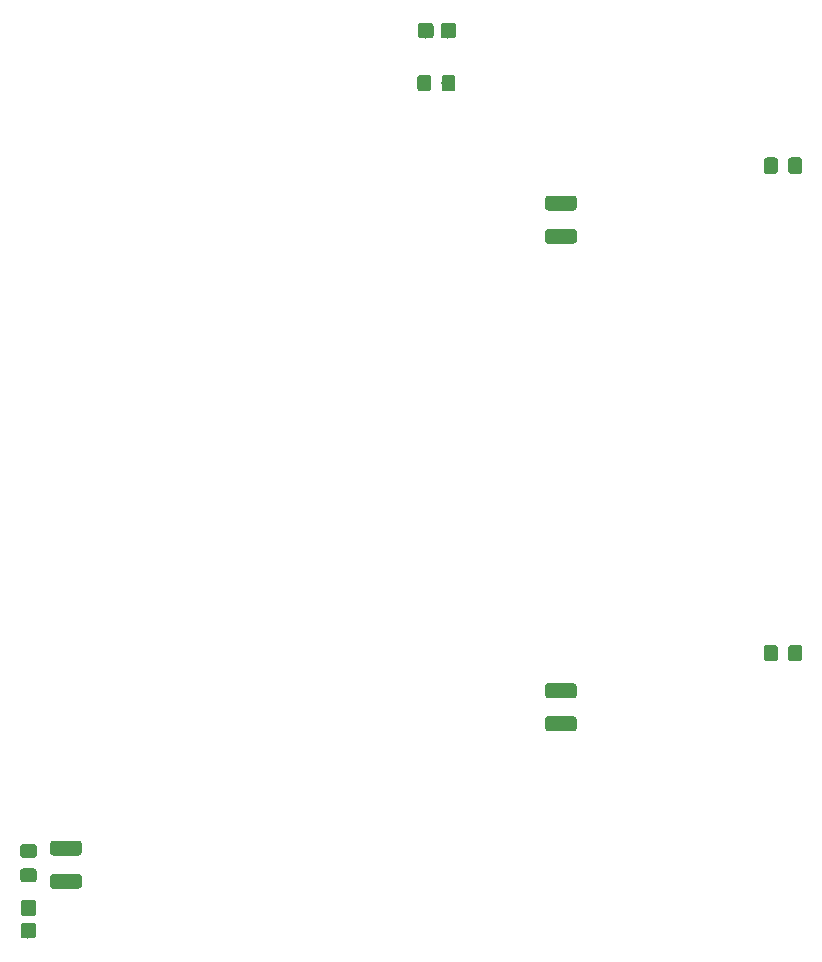
<source format=gtp>
G04 #@! TF.GenerationSoftware,KiCad,Pcbnew,5.0.2+dfsg1-1*
G04 #@! TF.CreationDate,2021-08-07T23:42:24+09:00*
G04 #@! TF.ProjectId,tmc-hv-enxtender,746d632d-6876-42d6-956e-7874656e6465,rev?*
G04 #@! TF.SameCoordinates,Original*
G04 #@! TF.FileFunction,Paste,Top*
G04 #@! TF.FilePolarity,Positive*
%FSLAX46Y46*%
G04 Gerber Fmt 4.6, Leading zero omitted, Abs format (unit mm)*
G04 Created by KiCad (PCBNEW 5.0.2+dfsg1-1) date Sat 07 Aug 2021 11:42:24 PM JST*
%MOMM*%
%LPD*%
G01*
G04 APERTURE LIST*
%ADD10C,0.100000*%
%ADD11C,1.300000*%
%ADD12C,1.150000*%
%ADD13C,1.250000*%
G04 APERTURE END LIST*
D10*
G04 #@! TO.C,D1*
G36*
X161714504Y-96473704D02*
X161738773Y-96477304D01*
X161762571Y-96483265D01*
X161785671Y-96491530D01*
X161807849Y-96502020D01*
X161828893Y-96514633D01*
X161848598Y-96529247D01*
X161866777Y-96545723D01*
X161883253Y-96563902D01*
X161897867Y-96583607D01*
X161910480Y-96604651D01*
X161920970Y-96626829D01*
X161929235Y-96649929D01*
X161935196Y-96673727D01*
X161938796Y-96697996D01*
X161940000Y-96722500D01*
X161940000Y-97547500D01*
X161938796Y-97572004D01*
X161935196Y-97596273D01*
X161929235Y-97620071D01*
X161920970Y-97643171D01*
X161910480Y-97665349D01*
X161897867Y-97686393D01*
X161883253Y-97706098D01*
X161866777Y-97724277D01*
X161848598Y-97740753D01*
X161828893Y-97755367D01*
X161807849Y-97767980D01*
X161785671Y-97778470D01*
X161762571Y-97786735D01*
X161738773Y-97792696D01*
X161714504Y-97796296D01*
X161690000Y-97797500D01*
X160890000Y-97797500D01*
X160865496Y-97796296D01*
X160841227Y-97792696D01*
X160817429Y-97786735D01*
X160794329Y-97778470D01*
X160772151Y-97767980D01*
X160751107Y-97755367D01*
X160731402Y-97740753D01*
X160713223Y-97724277D01*
X160696747Y-97706098D01*
X160682133Y-97686393D01*
X160669520Y-97665349D01*
X160659030Y-97643171D01*
X160650765Y-97620071D01*
X160644804Y-97596273D01*
X160641204Y-97572004D01*
X160640000Y-97547500D01*
X160640000Y-96722500D01*
X160641204Y-96697996D01*
X160644804Y-96673727D01*
X160650765Y-96649929D01*
X160659030Y-96626829D01*
X160669520Y-96604651D01*
X160682133Y-96583607D01*
X160696747Y-96563902D01*
X160713223Y-96545723D01*
X160731402Y-96529247D01*
X160751107Y-96514633D01*
X160772151Y-96502020D01*
X160794329Y-96491530D01*
X160817429Y-96483265D01*
X160841227Y-96477304D01*
X160865496Y-96473704D01*
X160890000Y-96472500D01*
X161690000Y-96472500D01*
X161714504Y-96473704D01*
X161714504Y-96473704D01*
G37*
D11*
X161290000Y-97135000D03*
D10*
G36*
X161714504Y-98398704D02*
X161738773Y-98402304D01*
X161762571Y-98408265D01*
X161785671Y-98416530D01*
X161807849Y-98427020D01*
X161828893Y-98439633D01*
X161848598Y-98454247D01*
X161866777Y-98470723D01*
X161883253Y-98488902D01*
X161897867Y-98508607D01*
X161910480Y-98529651D01*
X161920970Y-98551829D01*
X161929235Y-98574929D01*
X161935196Y-98598727D01*
X161938796Y-98622996D01*
X161940000Y-98647500D01*
X161940000Y-99472500D01*
X161938796Y-99497004D01*
X161935196Y-99521273D01*
X161929235Y-99545071D01*
X161920970Y-99568171D01*
X161910480Y-99590349D01*
X161897867Y-99611393D01*
X161883253Y-99631098D01*
X161866777Y-99649277D01*
X161848598Y-99665753D01*
X161828893Y-99680367D01*
X161807849Y-99692980D01*
X161785671Y-99703470D01*
X161762571Y-99711735D01*
X161738773Y-99717696D01*
X161714504Y-99721296D01*
X161690000Y-99722500D01*
X160890000Y-99722500D01*
X160865496Y-99721296D01*
X160841227Y-99717696D01*
X160817429Y-99711735D01*
X160794329Y-99703470D01*
X160772151Y-99692980D01*
X160751107Y-99680367D01*
X160731402Y-99665753D01*
X160713223Y-99649277D01*
X160696747Y-99631098D01*
X160682133Y-99611393D01*
X160669520Y-99590349D01*
X160659030Y-99568171D01*
X160650765Y-99545071D01*
X160644804Y-99521273D01*
X160641204Y-99497004D01*
X160640000Y-99472500D01*
X160640000Y-98647500D01*
X160641204Y-98622996D01*
X160644804Y-98598727D01*
X160650765Y-98574929D01*
X160659030Y-98551829D01*
X160669520Y-98529651D01*
X160682133Y-98508607D01*
X160696747Y-98488902D01*
X160713223Y-98470723D01*
X160731402Y-98454247D01*
X160751107Y-98439633D01*
X160772151Y-98427020D01*
X160794329Y-98416530D01*
X160817429Y-98408265D01*
X160841227Y-98402304D01*
X160865496Y-98398704D01*
X160890000Y-98397500D01*
X161690000Y-98397500D01*
X161714504Y-98398704D01*
X161714504Y-98398704D01*
G37*
D11*
X161290000Y-99060000D03*
G04 #@! TD*
D10*
G04 #@! TO.C,R1*
G36*
X161764505Y-93796204D02*
X161788773Y-93799804D01*
X161812572Y-93805765D01*
X161835671Y-93814030D01*
X161857850Y-93824520D01*
X161878893Y-93837132D01*
X161898599Y-93851747D01*
X161916777Y-93868223D01*
X161933253Y-93886401D01*
X161947868Y-93906107D01*
X161960480Y-93927150D01*
X161970970Y-93949329D01*
X161979235Y-93972428D01*
X161985196Y-93996227D01*
X161988796Y-94020495D01*
X161990000Y-94044999D01*
X161990000Y-94695001D01*
X161988796Y-94719505D01*
X161985196Y-94743773D01*
X161979235Y-94767572D01*
X161970970Y-94790671D01*
X161960480Y-94812850D01*
X161947868Y-94833893D01*
X161933253Y-94853599D01*
X161916777Y-94871777D01*
X161898599Y-94888253D01*
X161878893Y-94902868D01*
X161857850Y-94915480D01*
X161835671Y-94925970D01*
X161812572Y-94934235D01*
X161788773Y-94940196D01*
X161764505Y-94943796D01*
X161740001Y-94945000D01*
X160839999Y-94945000D01*
X160815495Y-94943796D01*
X160791227Y-94940196D01*
X160767428Y-94934235D01*
X160744329Y-94925970D01*
X160722150Y-94915480D01*
X160701107Y-94902868D01*
X160681401Y-94888253D01*
X160663223Y-94871777D01*
X160646747Y-94853599D01*
X160632132Y-94833893D01*
X160619520Y-94812850D01*
X160609030Y-94790671D01*
X160600765Y-94767572D01*
X160594804Y-94743773D01*
X160591204Y-94719505D01*
X160590000Y-94695001D01*
X160590000Y-94044999D01*
X160591204Y-94020495D01*
X160594804Y-93996227D01*
X160600765Y-93972428D01*
X160609030Y-93949329D01*
X160619520Y-93927150D01*
X160632132Y-93906107D01*
X160646747Y-93886401D01*
X160663223Y-93868223D01*
X160681401Y-93851747D01*
X160701107Y-93837132D01*
X160722150Y-93824520D01*
X160744329Y-93814030D01*
X160767428Y-93805765D01*
X160791227Y-93799804D01*
X160815495Y-93796204D01*
X160839999Y-93795000D01*
X161740001Y-93795000D01*
X161764505Y-93796204D01*
X161764505Y-93796204D01*
G37*
D12*
X161290000Y-94370000D03*
D10*
G36*
X161764505Y-91746204D02*
X161788773Y-91749804D01*
X161812572Y-91755765D01*
X161835671Y-91764030D01*
X161857850Y-91774520D01*
X161878893Y-91787132D01*
X161898599Y-91801747D01*
X161916777Y-91818223D01*
X161933253Y-91836401D01*
X161947868Y-91856107D01*
X161960480Y-91877150D01*
X161970970Y-91899329D01*
X161979235Y-91922428D01*
X161985196Y-91946227D01*
X161988796Y-91970495D01*
X161990000Y-91994999D01*
X161990000Y-92645001D01*
X161988796Y-92669505D01*
X161985196Y-92693773D01*
X161979235Y-92717572D01*
X161970970Y-92740671D01*
X161960480Y-92762850D01*
X161947868Y-92783893D01*
X161933253Y-92803599D01*
X161916777Y-92821777D01*
X161898599Y-92838253D01*
X161878893Y-92852868D01*
X161857850Y-92865480D01*
X161835671Y-92875970D01*
X161812572Y-92884235D01*
X161788773Y-92890196D01*
X161764505Y-92893796D01*
X161740001Y-92895000D01*
X160839999Y-92895000D01*
X160815495Y-92893796D01*
X160791227Y-92890196D01*
X160767428Y-92884235D01*
X160744329Y-92875970D01*
X160722150Y-92865480D01*
X160701107Y-92852868D01*
X160681401Y-92838253D01*
X160663223Y-92821777D01*
X160646747Y-92803599D01*
X160632132Y-92783893D01*
X160619520Y-92762850D01*
X160609030Y-92740671D01*
X160600765Y-92717572D01*
X160594804Y-92693773D01*
X160591204Y-92669505D01*
X160590000Y-92645001D01*
X160590000Y-91994999D01*
X160591204Y-91970495D01*
X160594804Y-91946227D01*
X160600765Y-91922428D01*
X160609030Y-91899329D01*
X160619520Y-91877150D01*
X160632132Y-91856107D01*
X160646747Y-91836401D01*
X160663223Y-91818223D01*
X160681401Y-91801747D01*
X160701107Y-91787132D01*
X160722150Y-91774520D01*
X160744329Y-91764030D01*
X160767428Y-91755765D01*
X160791227Y-91749804D01*
X160815495Y-91746204D01*
X160839999Y-91745000D01*
X161740001Y-91745000D01*
X161764505Y-91746204D01*
X161764505Y-91746204D01*
G37*
D12*
X161290000Y-92320000D03*
G04 #@! TD*
D10*
G04 #@! TO.C,C2*
G36*
X165564504Y-91451204D02*
X165588773Y-91454804D01*
X165612571Y-91460765D01*
X165635671Y-91469030D01*
X165657849Y-91479520D01*
X165678893Y-91492133D01*
X165698598Y-91506747D01*
X165716777Y-91523223D01*
X165733253Y-91541402D01*
X165747867Y-91561107D01*
X165760480Y-91582151D01*
X165770970Y-91604329D01*
X165779235Y-91627429D01*
X165785196Y-91651227D01*
X165788796Y-91675496D01*
X165790000Y-91700000D01*
X165790000Y-92450000D01*
X165788796Y-92474504D01*
X165785196Y-92498773D01*
X165779235Y-92522571D01*
X165770970Y-92545671D01*
X165760480Y-92567849D01*
X165747867Y-92588893D01*
X165733253Y-92608598D01*
X165716777Y-92626777D01*
X165698598Y-92643253D01*
X165678893Y-92657867D01*
X165657849Y-92670480D01*
X165635671Y-92680970D01*
X165612571Y-92689235D01*
X165588773Y-92695196D01*
X165564504Y-92698796D01*
X165540000Y-92700000D01*
X163390000Y-92700000D01*
X163365496Y-92698796D01*
X163341227Y-92695196D01*
X163317429Y-92689235D01*
X163294329Y-92680970D01*
X163272151Y-92670480D01*
X163251107Y-92657867D01*
X163231402Y-92643253D01*
X163213223Y-92626777D01*
X163196747Y-92608598D01*
X163182133Y-92588893D01*
X163169520Y-92567849D01*
X163159030Y-92545671D01*
X163150765Y-92522571D01*
X163144804Y-92498773D01*
X163141204Y-92474504D01*
X163140000Y-92450000D01*
X163140000Y-91700000D01*
X163141204Y-91675496D01*
X163144804Y-91651227D01*
X163150765Y-91627429D01*
X163159030Y-91604329D01*
X163169520Y-91582151D01*
X163182133Y-91561107D01*
X163196747Y-91541402D01*
X163213223Y-91523223D01*
X163231402Y-91506747D01*
X163251107Y-91492133D01*
X163272151Y-91479520D01*
X163294329Y-91469030D01*
X163317429Y-91460765D01*
X163341227Y-91454804D01*
X163365496Y-91451204D01*
X163390000Y-91450000D01*
X165540000Y-91450000D01*
X165564504Y-91451204D01*
X165564504Y-91451204D01*
G37*
D13*
X164465000Y-92075000D03*
D10*
G36*
X165564504Y-94251204D02*
X165588773Y-94254804D01*
X165612571Y-94260765D01*
X165635671Y-94269030D01*
X165657849Y-94279520D01*
X165678893Y-94292133D01*
X165698598Y-94306747D01*
X165716777Y-94323223D01*
X165733253Y-94341402D01*
X165747867Y-94361107D01*
X165760480Y-94382151D01*
X165770970Y-94404329D01*
X165779235Y-94427429D01*
X165785196Y-94451227D01*
X165788796Y-94475496D01*
X165790000Y-94500000D01*
X165790000Y-95250000D01*
X165788796Y-95274504D01*
X165785196Y-95298773D01*
X165779235Y-95322571D01*
X165770970Y-95345671D01*
X165760480Y-95367849D01*
X165747867Y-95388893D01*
X165733253Y-95408598D01*
X165716777Y-95426777D01*
X165698598Y-95443253D01*
X165678893Y-95457867D01*
X165657849Y-95470480D01*
X165635671Y-95480970D01*
X165612571Y-95489235D01*
X165588773Y-95495196D01*
X165564504Y-95498796D01*
X165540000Y-95500000D01*
X163390000Y-95500000D01*
X163365496Y-95498796D01*
X163341227Y-95495196D01*
X163317429Y-95489235D01*
X163294329Y-95480970D01*
X163272151Y-95470480D01*
X163251107Y-95457867D01*
X163231402Y-95443253D01*
X163213223Y-95426777D01*
X163196747Y-95408598D01*
X163182133Y-95388893D01*
X163169520Y-95367849D01*
X163159030Y-95345671D01*
X163150765Y-95322571D01*
X163144804Y-95298773D01*
X163141204Y-95274504D01*
X163140000Y-95250000D01*
X163140000Y-94500000D01*
X163141204Y-94475496D01*
X163144804Y-94451227D01*
X163150765Y-94427429D01*
X163159030Y-94404329D01*
X163169520Y-94382151D01*
X163182133Y-94361107D01*
X163196747Y-94341402D01*
X163213223Y-94323223D01*
X163231402Y-94306747D01*
X163251107Y-94292133D01*
X163272151Y-94279520D01*
X163294329Y-94269030D01*
X163317429Y-94260765D01*
X163341227Y-94254804D01*
X163365496Y-94251204D01*
X163390000Y-94250000D01*
X165540000Y-94250000D01*
X165564504Y-94251204D01*
X165564504Y-94251204D01*
G37*
D13*
X164465000Y-94875000D03*
G04 #@! TD*
D10*
G04 #@! TO.C,C4*
G36*
X224504505Y-74866204D02*
X224528773Y-74869804D01*
X224552572Y-74875765D01*
X224575671Y-74884030D01*
X224597850Y-74894520D01*
X224618893Y-74907132D01*
X224638599Y-74921747D01*
X224656777Y-74938223D01*
X224673253Y-74956401D01*
X224687868Y-74976107D01*
X224700480Y-74997150D01*
X224710970Y-75019329D01*
X224719235Y-75042428D01*
X224725196Y-75066227D01*
X224728796Y-75090495D01*
X224730000Y-75114999D01*
X224730000Y-76015001D01*
X224728796Y-76039505D01*
X224725196Y-76063773D01*
X224719235Y-76087572D01*
X224710970Y-76110671D01*
X224700480Y-76132850D01*
X224687868Y-76153893D01*
X224673253Y-76173599D01*
X224656777Y-76191777D01*
X224638599Y-76208253D01*
X224618893Y-76222868D01*
X224597850Y-76235480D01*
X224575671Y-76245970D01*
X224552572Y-76254235D01*
X224528773Y-76260196D01*
X224504505Y-76263796D01*
X224480001Y-76265000D01*
X223829999Y-76265000D01*
X223805495Y-76263796D01*
X223781227Y-76260196D01*
X223757428Y-76254235D01*
X223734329Y-76245970D01*
X223712150Y-76235480D01*
X223691107Y-76222868D01*
X223671401Y-76208253D01*
X223653223Y-76191777D01*
X223636747Y-76173599D01*
X223622132Y-76153893D01*
X223609520Y-76132850D01*
X223599030Y-76110671D01*
X223590765Y-76087572D01*
X223584804Y-76063773D01*
X223581204Y-76039505D01*
X223580000Y-76015001D01*
X223580000Y-75114999D01*
X223581204Y-75090495D01*
X223584804Y-75066227D01*
X223590765Y-75042428D01*
X223599030Y-75019329D01*
X223609520Y-74997150D01*
X223622132Y-74976107D01*
X223636747Y-74956401D01*
X223653223Y-74938223D01*
X223671401Y-74921747D01*
X223691107Y-74907132D01*
X223712150Y-74894520D01*
X223734329Y-74884030D01*
X223757428Y-74875765D01*
X223781227Y-74869804D01*
X223805495Y-74866204D01*
X223829999Y-74865000D01*
X224480001Y-74865000D01*
X224504505Y-74866204D01*
X224504505Y-74866204D01*
G37*
D12*
X224155000Y-75565000D03*
D10*
G36*
X226554505Y-74866204D02*
X226578773Y-74869804D01*
X226602572Y-74875765D01*
X226625671Y-74884030D01*
X226647850Y-74894520D01*
X226668893Y-74907132D01*
X226688599Y-74921747D01*
X226706777Y-74938223D01*
X226723253Y-74956401D01*
X226737868Y-74976107D01*
X226750480Y-74997150D01*
X226760970Y-75019329D01*
X226769235Y-75042428D01*
X226775196Y-75066227D01*
X226778796Y-75090495D01*
X226780000Y-75114999D01*
X226780000Y-76015001D01*
X226778796Y-76039505D01*
X226775196Y-76063773D01*
X226769235Y-76087572D01*
X226760970Y-76110671D01*
X226750480Y-76132850D01*
X226737868Y-76153893D01*
X226723253Y-76173599D01*
X226706777Y-76191777D01*
X226688599Y-76208253D01*
X226668893Y-76222868D01*
X226647850Y-76235480D01*
X226625671Y-76245970D01*
X226602572Y-76254235D01*
X226578773Y-76260196D01*
X226554505Y-76263796D01*
X226530001Y-76265000D01*
X225879999Y-76265000D01*
X225855495Y-76263796D01*
X225831227Y-76260196D01*
X225807428Y-76254235D01*
X225784329Y-76245970D01*
X225762150Y-76235480D01*
X225741107Y-76222868D01*
X225721401Y-76208253D01*
X225703223Y-76191777D01*
X225686747Y-76173599D01*
X225672132Y-76153893D01*
X225659520Y-76132850D01*
X225649030Y-76110671D01*
X225640765Y-76087572D01*
X225634804Y-76063773D01*
X225631204Y-76039505D01*
X225630000Y-76015001D01*
X225630000Y-75114999D01*
X225631204Y-75090495D01*
X225634804Y-75066227D01*
X225640765Y-75042428D01*
X225649030Y-75019329D01*
X225659520Y-74997150D01*
X225672132Y-74976107D01*
X225686747Y-74956401D01*
X225703223Y-74938223D01*
X225721401Y-74921747D01*
X225741107Y-74907132D01*
X225762150Y-74894520D01*
X225784329Y-74884030D01*
X225807428Y-74875765D01*
X225831227Y-74869804D01*
X225855495Y-74866204D01*
X225879999Y-74865000D01*
X226530001Y-74865000D01*
X226554505Y-74866204D01*
X226554505Y-74866204D01*
G37*
D12*
X226205000Y-75565000D03*
G04 #@! TD*
D10*
G04 #@! TO.C,C3*
G36*
X224504505Y-33591204D02*
X224528773Y-33594804D01*
X224552572Y-33600765D01*
X224575671Y-33609030D01*
X224597850Y-33619520D01*
X224618893Y-33632132D01*
X224638599Y-33646747D01*
X224656777Y-33663223D01*
X224673253Y-33681401D01*
X224687868Y-33701107D01*
X224700480Y-33722150D01*
X224710970Y-33744329D01*
X224719235Y-33767428D01*
X224725196Y-33791227D01*
X224728796Y-33815495D01*
X224730000Y-33839999D01*
X224730000Y-34740001D01*
X224728796Y-34764505D01*
X224725196Y-34788773D01*
X224719235Y-34812572D01*
X224710970Y-34835671D01*
X224700480Y-34857850D01*
X224687868Y-34878893D01*
X224673253Y-34898599D01*
X224656777Y-34916777D01*
X224638599Y-34933253D01*
X224618893Y-34947868D01*
X224597850Y-34960480D01*
X224575671Y-34970970D01*
X224552572Y-34979235D01*
X224528773Y-34985196D01*
X224504505Y-34988796D01*
X224480001Y-34990000D01*
X223829999Y-34990000D01*
X223805495Y-34988796D01*
X223781227Y-34985196D01*
X223757428Y-34979235D01*
X223734329Y-34970970D01*
X223712150Y-34960480D01*
X223691107Y-34947868D01*
X223671401Y-34933253D01*
X223653223Y-34916777D01*
X223636747Y-34898599D01*
X223622132Y-34878893D01*
X223609520Y-34857850D01*
X223599030Y-34835671D01*
X223590765Y-34812572D01*
X223584804Y-34788773D01*
X223581204Y-34764505D01*
X223580000Y-34740001D01*
X223580000Y-33839999D01*
X223581204Y-33815495D01*
X223584804Y-33791227D01*
X223590765Y-33767428D01*
X223599030Y-33744329D01*
X223609520Y-33722150D01*
X223622132Y-33701107D01*
X223636747Y-33681401D01*
X223653223Y-33663223D01*
X223671401Y-33646747D01*
X223691107Y-33632132D01*
X223712150Y-33619520D01*
X223734329Y-33609030D01*
X223757428Y-33600765D01*
X223781227Y-33594804D01*
X223805495Y-33591204D01*
X223829999Y-33590000D01*
X224480001Y-33590000D01*
X224504505Y-33591204D01*
X224504505Y-33591204D01*
G37*
D12*
X224155000Y-34290000D03*
D10*
G36*
X226554505Y-33591204D02*
X226578773Y-33594804D01*
X226602572Y-33600765D01*
X226625671Y-33609030D01*
X226647850Y-33619520D01*
X226668893Y-33632132D01*
X226688599Y-33646747D01*
X226706777Y-33663223D01*
X226723253Y-33681401D01*
X226737868Y-33701107D01*
X226750480Y-33722150D01*
X226760970Y-33744329D01*
X226769235Y-33767428D01*
X226775196Y-33791227D01*
X226778796Y-33815495D01*
X226780000Y-33839999D01*
X226780000Y-34740001D01*
X226778796Y-34764505D01*
X226775196Y-34788773D01*
X226769235Y-34812572D01*
X226760970Y-34835671D01*
X226750480Y-34857850D01*
X226737868Y-34878893D01*
X226723253Y-34898599D01*
X226706777Y-34916777D01*
X226688599Y-34933253D01*
X226668893Y-34947868D01*
X226647850Y-34960480D01*
X226625671Y-34970970D01*
X226602572Y-34979235D01*
X226578773Y-34985196D01*
X226554505Y-34988796D01*
X226530001Y-34990000D01*
X225879999Y-34990000D01*
X225855495Y-34988796D01*
X225831227Y-34985196D01*
X225807428Y-34979235D01*
X225784329Y-34970970D01*
X225762150Y-34960480D01*
X225741107Y-34947868D01*
X225721401Y-34933253D01*
X225703223Y-34916777D01*
X225686747Y-34898599D01*
X225672132Y-34878893D01*
X225659520Y-34857850D01*
X225649030Y-34835671D01*
X225640765Y-34812572D01*
X225634804Y-34788773D01*
X225631204Y-34764505D01*
X225630000Y-34740001D01*
X225630000Y-33839999D01*
X225631204Y-33815495D01*
X225634804Y-33791227D01*
X225640765Y-33767428D01*
X225649030Y-33744329D01*
X225659520Y-33722150D01*
X225672132Y-33701107D01*
X225686747Y-33681401D01*
X225703223Y-33663223D01*
X225721401Y-33646747D01*
X225741107Y-33632132D01*
X225762150Y-33619520D01*
X225784329Y-33609030D01*
X225807428Y-33600765D01*
X225831227Y-33594804D01*
X225855495Y-33591204D01*
X225879999Y-33590000D01*
X226530001Y-33590000D01*
X226554505Y-33591204D01*
X226554505Y-33591204D01*
G37*
D12*
X226205000Y-34290000D03*
G04 #@! TD*
D10*
G04 #@! TO.C,C5*
G36*
X207474504Y-39641204D02*
X207498773Y-39644804D01*
X207522571Y-39650765D01*
X207545671Y-39659030D01*
X207567849Y-39669520D01*
X207588893Y-39682133D01*
X207608598Y-39696747D01*
X207626777Y-39713223D01*
X207643253Y-39731402D01*
X207657867Y-39751107D01*
X207670480Y-39772151D01*
X207680970Y-39794329D01*
X207689235Y-39817429D01*
X207695196Y-39841227D01*
X207698796Y-39865496D01*
X207700000Y-39890000D01*
X207700000Y-40640000D01*
X207698796Y-40664504D01*
X207695196Y-40688773D01*
X207689235Y-40712571D01*
X207680970Y-40735671D01*
X207670480Y-40757849D01*
X207657867Y-40778893D01*
X207643253Y-40798598D01*
X207626777Y-40816777D01*
X207608598Y-40833253D01*
X207588893Y-40847867D01*
X207567849Y-40860480D01*
X207545671Y-40870970D01*
X207522571Y-40879235D01*
X207498773Y-40885196D01*
X207474504Y-40888796D01*
X207450000Y-40890000D01*
X205300000Y-40890000D01*
X205275496Y-40888796D01*
X205251227Y-40885196D01*
X205227429Y-40879235D01*
X205204329Y-40870970D01*
X205182151Y-40860480D01*
X205161107Y-40847867D01*
X205141402Y-40833253D01*
X205123223Y-40816777D01*
X205106747Y-40798598D01*
X205092133Y-40778893D01*
X205079520Y-40757849D01*
X205069030Y-40735671D01*
X205060765Y-40712571D01*
X205054804Y-40688773D01*
X205051204Y-40664504D01*
X205050000Y-40640000D01*
X205050000Y-39890000D01*
X205051204Y-39865496D01*
X205054804Y-39841227D01*
X205060765Y-39817429D01*
X205069030Y-39794329D01*
X205079520Y-39772151D01*
X205092133Y-39751107D01*
X205106747Y-39731402D01*
X205123223Y-39713223D01*
X205141402Y-39696747D01*
X205161107Y-39682133D01*
X205182151Y-39669520D01*
X205204329Y-39659030D01*
X205227429Y-39650765D01*
X205251227Y-39644804D01*
X205275496Y-39641204D01*
X205300000Y-39640000D01*
X207450000Y-39640000D01*
X207474504Y-39641204D01*
X207474504Y-39641204D01*
G37*
D13*
X206375000Y-40265000D03*
D10*
G36*
X207474504Y-36841204D02*
X207498773Y-36844804D01*
X207522571Y-36850765D01*
X207545671Y-36859030D01*
X207567849Y-36869520D01*
X207588893Y-36882133D01*
X207608598Y-36896747D01*
X207626777Y-36913223D01*
X207643253Y-36931402D01*
X207657867Y-36951107D01*
X207670480Y-36972151D01*
X207680970Y-36994329D01*
X207689235Y-37017429D01*
X207695196Y-37041227D01*
X207698796Y-37065496D01*
X207700000Y-37090000D01*
X207700000Y-37840000D01*
X207698796Y-37864504D01*
X207695196Y-37888773D01*
X207689235Y-37912571D01*
X207680970Y-37935671D01*
X207670480Y-37957849D01*
X207657867Y-37978893D01*
X207643253Y-37998598D01*
X207626777Y-38016777D01*
X207608598Y-38033253D01*
X207588893Y-38047867D01*
X207567849Y-38060480D01*
X207545671Y-38070970D01*
X207522571Y-38079235D01*
X207498773Y-38085196D01*
X207474504Y-38088796D01*
X207450000Y-38090000D01*
X205300000Y-38090000D01*
X205275496Y-38088796D01*
X205251227Y-38085196D01*
X205227429Y-38079235D01*
X205204329Y-38070970D01*
X205182151Y-38060480D01*
X205161107Y-38047867D01*
X205141402Y-38033253D01*
X205123223Y-38016777D01*
X205106747Y-37998598D01*
X205092133Y-37978893D01*
X205079520Y-37957849D01*
X205069030Y-37935671D01*
X205060765Y-37912571D01*
X205054804Y-37888773D01*
X205051204Y-37864504D01*
X205050000Y-37840000D01*
X205050000Y-37090000D01*
X205051204Y-37065496D01*
X205054804Y-37041227D01*
X205060765Y-37017429D01*
X205069030Y-36994329D01*
X205079520Y-36972151D01*
X205092133Y-36951107D01*
X205106747Y-36931402D01*
X205123223Y-36913223D01*
X205141402Y-36896747D01*
X205161107Y-36882133D01*
X205182151Y-36869520D01*
X205204329Y-36859030D01*
X205227429Y-36850765D01*
X205251227Y-36844804D01*
X205275496Y-36841204D01*
X205300000Y-36840000D01*
X207450000Y-36840000D01*
X207474504Y-36841204D01*
X207474504Y-36841204D01*
G37*
D13*
X206375000Y-37465000D03*
G04 #@! TD*
D10*
G04 #@! TO.C,C7*
G36*
X207474504Y-78116204D02*
X207498773Y-78119804D01*
X207522571Y-78125765D01*
X207545671Y-78134030D01*
X207567849Y-78144520D01*
X207588893Y-78157133D01*
X207608598Y-78171747D01*
X207626777Y-78188223D01*
X207643253Y-78206402D01*
X207657867Y-78226107D01*
X207670480Y-78247151D01*
X207680970Y-78269329D01*
X207689235Y-78292429D01*
X207695196Y-78316227D01*
X207698796Y-78340496D01*
X207700000Y-78365000D01*
X207700000Y-79115000D01*
X207698796Y-79139504D01*
X207695196Y-79163773D01*
X207689235Y-79187571D01*
X207680970Y-79210671D01*
X207670480Y-79232849D01*
X207657867Y-79253893D01*
X207643253Y-79273598D01*
X207626777Y-79291777D01*
X207608598Y-79308253D01*
X207588893Y-79322867D01*
X207567849Y-79335480D01*
X207545671Y-79345970D01*
X207522571Y-79354235D01*
X207498773Y-79360196D01*
X207474504Y-79363796D01*
X207450000Y-79365000D01*
X205300000Y-79365000D01*
X205275496Y-79363796D01*
X205251227Y-79360196D01*
X205227429Y-79354235D01*
X205204329Y-79345970D01*
X205182151Y-79335480D01*
X205161107Y-79322867D01*
X205141402Y-79308253D01*
X205123223Y-79291777D01*
X205106747Y-79273598D01*
X205092133Y-79253893D01*
X205079520Y-79232849D01*
X205069030Y-79210671D01*
X205060765Y-79187571D01*
X205054804Y-79163773D01*
X205051204Y-79139504D01*
X205050000Y-79115000D01*
X205050000Y-78365000D01*
X205051204Y-78340496D01*
X205054804Y-78316227D01*
X205060765Y-78292429D01*
X205069030Y-78269329D01*
X205079520Y-78247151D01*
X205092133Y-78226107D01*
X205106747Y-78206402D01*
X205123223Y-78188223D01*
X205141402Y-78171747D01*
X205161107Y-78157133D01*
X205182151Y-78144520D01*
X205204329Y-78134030D01*
X205227429Y-78125765D01*
X205251227Y-78119804D01*
X205275496Y-78116204D01*
X205300000Y-78115000D01*
X207450000Y-78115000D01*
X207474504Y-78116204D01*
X207474504Y-78116204D01*
G37*
D13*
X206375000Y-78740000D03*
D10*
G36*
X207474504Y-80916204D02*
X207498773Y-80919804D01*
X207522571Y-80925765D01*
X207545671Y-80934030D01*
X207567849Y-80944520D01*
X207588893Y-80957133D01*
X207608598Y-80971747D01*
X207626777Y-80988223D01*
X207643253Y-81006402D01*
X207657867Y-81026107D01*
X207670480Y-81047151D01*
X207680970Y-81069329D01*
X207689235Y-81092429D01*
X207695196Y-81116227D01*
X207698796Y-81140496D01*
X207700000Y-81165000D01*
X207700000Y-81915000D01*
X207698796Y-81939504D01*
X207695196Y-81963773D01*
X207689235Y-81987571D01*
X207680970Y-82010671D01*
X207670480Y-82032849D01*
X207657867Y-82053893D01*
X207643253Y-82073598D01*
X207626777Y-82091777D01*
X207608598Y-82108253D01*
X207588893Y-82122867D01*
X207567849Y-82135480D01*
X207545671Y-82145970D01*
X207522571Y-82154235D01*
X207498773Y-82160196D01*
X207474504Y-82163796D01*
X207450000Y-82165000D01*
X205300000Y-82165000D01*
X205275496Y-82163796D01*
X205251227Y-82160196D01*
X205227429Y-82154235D01*
X205204329Y-82145970D01*
X205182151Y-82135480D01*
X205161107Y-82122867D01*
X205141402Y-82108253D01*
X205123223Y-82091777D01*
X205106747Y-82073598D01*
X205092133Y-82053893D01*
X205079520Y-82032849D01*
X205069030Y-82010671D01*
X205060765Y-81987571D01*
X205054804Y-81963773D01*
X205051204Y-81939504D01*
X205050000Y-81915000D01*
X205050000Y-81165000D01*
X205051204Y-81140496D01*
X205054804Y-81116227D01*
X205060765Y-81092429D01*
X205069030Y-81069329D01*
X205079520Y-81047151D01*
X205092133Y-81026107D01*
X205106747Y-81006402D01*
X205123223Y-80988223D01*
X205141402Y-80971747D01*
X205161107Y-80957133D01*
X205182151Y-80944520D01*
X205204329Y-80934030D01*
X205227429Y-80925765D01*
X205251227Y-80919804D01*
X205275496Y-80916204D01*
X205300000Y-80915000D01*
X207450000Y-80915000D01*
X207474504Y-80916204D01*
X207474504Y-80916204D01*
G37*
D13*
X206375000Y-81540000D03*
G04 #@! TD*
D10*
G04 #@! TO.C,D2*
G36*
X195362004Y-22211204D02*
X195386273Y-22214804D01*
X195410071Y-22220765D01*
X195433171Y-22229030D01*
X195455349Y-22239520D01*
X195476393Y-22252133D01*
X195496098Y-22266747D01*
X195514277Y-22283223D01*
X195530753Y-22301402D01*
X195545367Y-22321107D01*
X195557980Y-22342151D01*
X195568470Y-22364329D01*
X195576735Y-22387429D01*
X195582696Y-22411227D01*
X195586296Y-22435496D01*
X195587500Y-22460000D01*
X195587500Y-23260000D01*
X195586296Y-23284504D01*
X195582696Y-23308773D01*
X195576735Y-23332571D01*
X195568470Y-23355671D01*
X195557980Y-23377849D01*
X195545367Y-23398893D01*
X195530753Y-23418598D01*
X195514277Y-23436777D01*
X195496098Y-23453253D01*
X195476393Y-23467867D01*
X195455349Y-23480480D01*
X195433171Y-23490970D01*
X195410071Y-23499235D01*
X195386273Y-23505196D01*
X195362004Y-23508796D01*
X195337500Y-23510000D01*
X194512500Y-23510000D01*
X194487996Y-23508796D01*
X194463727Y-23505196D01*
X194439929Y-23499235D01*
X194416829Y-23490970D01*
X194394651Y-23480480D01*
X194373607Y-23467867D01*
X194353902Y-23453253D01*
X194335723Y-23436777D01*
X194319247Y-23418598D01*
X194304633Y-23398893D01*
X194292020Y-23377849D01*
X194281530Y-23355671D01*
X194273265Y-23332571D01*
X194267304Y-23308773D01*
X194263704Y-23284504D01*
X194262500Y-23260000D01*
X194262500Y-22460000D01*
X194263704Y-22435496D01*
X194267304Y-22411227D01*
X194273265Y-22387429D01*
X194281530Y-22364329D01*
X194292020Y-22342151D01*
X194304633Y-22321107D01*
X194319247Y-22301402D01*
X194335723Y-22283223D01*
X194353902Y-22266747D01*
X194373607Y-22252133D01*
X194394651Y-22239520D01*
X194416829Y-22229030D01*
X194439929Y-22220765D01*
X194463727Y-22214804D01*
X194487996Y-22211204D01*
X194512500Y-22210000D01*
X195337500Y-22210000D01*
X195362004Y-22211204D01*
X195362004Y-22211204D01*
G37*
D11*
X194925000Y-22860000D03*
D10*
G36*
X197287004Y-22211204D02*
X197311273Y-22214804D01*
X197335071Y-22220765D01*
X197358171Y-22229030D01*
X197380349Y-22239520D01*
X197401393Y-22252133D01*
X197421098Y-22266747D01*
X197439277Y-22283223D01*
X197455753Y-22301402D01*
X197470367Y-22321107D01*
X197482980Y-22342151D01*
X197493470Y-22364329D01*
X197501735Y-22387429D01*
X197507696Y-22411227D01*
X197511296Y-22435496D01*
X197512500Y-22460000D01*
X197512500Y-23260000D01*
X197511296Y-23284504D01*
X197507696Y-23308773D01*
X197501735Y-23332571D01*
X197493470Y-23355671D01*
X197482980Y-23377849D01*
X197470367Y-23398893D01*
X197455753Y-23418598D01*
X197439277Y-23436777D01*
X197421098Y-23453253D01*
X197401393Y-23467867D01*
X197380349Y-23480480D01*
X197358171Y-23490970D01*
X197335071Y-23499235D01*
X197311273Y-23505196D01*
X197287004Y-23508796D01*
X197262500Y-23510000D01*
X196437500Y-23510000D01*
X196412996Y-23508796D01*
X196388727Y-23505196D01*
X196364929Y-23499235D01*
X196341829Y-23490970D01*
X196319651Y-23480480D01*
X196298607Y-23467867D01*
X196278902Y-23453253D01*
X196260723Y-23436777D01*
X196244247Y-23418598D01*
X196229633Y-23398893D01*
X196217020Y-23377849D01*
X196206530Y-23355671D01*
X196198265Y-23332571D01*
X196192304Y-23308773D01*
X196188704Y-23284504D01*
X196187500Y-23260000D01*
X196187500Y-22460000D01*
X196188704Y-22435496D01*
X196192304Y-22411227D01*
X196198265Y-22387429D01*
X196206530Y-22364329D01*
X196217020Y-22342151D01*
X196229633Y-22321107D01*
X196244247Y-22301402D01*
X196260723Y-22283223D01*
X196278902Y-22266747D01*
X196298607Y-22252133D01*
X196319651Y-22239520D01*
X196341829Y-22229030D01*
X196364929Y-22220765D01*
X196388727Y-22214804D01*
X196412996Y-22211204D01*
X196437500Y-22210000D01*
X197262500Y-22210000D01*
X197287004Y-22211204D01*
X197287004Y-22211204D01*
G37*
D11*
X196850000Y-22860000D03*
G04 #@! TD*
D10*
G04 #@! TO.C,R2*
G36*
X195149505Y-26606204D02*
X195173773Y-26609804D01*
X195197572Y-26615765D01*
X195220671Y-26624030D01*
X195242850Y-26634520D01*
X195263893Y-26647132D01*
X195283599Y-26661747D01*
X195301777Y-26678223D01*
X195318253Y-26696401D01*
X195332868Y-26716107D01*
X195345480Y-26737150D01*
X195355970Y-26759329D01*
X195364235Y-26782428D01*
X195370196Y-26806227D01*
X195373796Y-26830495D01*
X195375000Y-26854999D01*
X195375000Y-27755001D01*
X195373796Y-27779505D01*
X195370196Y-27803773D01*
X195364235Y-27827572D01*
X195355970Y-27850671D01*
X195345480Y-27872850D01*
X195332868Y-27893893D01*
X195318253Y-27913599D01*
X195301777Y-27931777D01*
X195283599Y-27948253D01*
X195263893Y-27962868D01*
X195242850Y-27975480D01*
X195220671Y-27985970D01*
X195197572Y-27994235D01*
X195173773Y-28000196D01*
X195149505Y-28003796D01*
X195125001Y-28005000D01*
X194474999Y-28005000D01*
X194450495Y-28003796D01*
X194426227Y-28000196D01*
X194402428Y-27994235D01*
X194379329Y-27985970D01*
X194357150Y-27975480D01*
X194336107Y-27962868D01*
X194316401Y-27948253D01*
X194298223Y-27931777D01*
X194281747Y-27913599D01*
X194267132Y-27893893D01*
X194254520Y-27872850D01*
X194244030Y-27850671D01*
X194235765Y-27827572D01*
X194229804Y-27803773D01*
X194226204Y-27779505D01*
X194225000Y-27755001D01*
X194225000Y-26854999D01*
X194226204Y-26830495D01*
X194229804Y-26806227D01*
X194235765Y-26782428D01*
X194244030Y-26759329D01*
X194254520Y-26737150D01*
X194267132Y-26716107D01*
X194281747Y-26696401D01*
X194298223Y-26678223D01*
X194316401Y-26661747D01*
X194336107Y-26647132D01*
X194357150Y-26634520D01*
X194379329Y-26624030D01*
X194402428Y-26615765D01*
X194426227Y-26609804D01*
X194450495Y-26606204D01*
X194474999Y-26605000D01*
X195125001Y-26605000D01*
X195149505Y-26606204D01*
X195149505Y-26606204D01*
G37*
D12*
X194800000Y-27305000D03*
D10*
G36*
X197199505Y-26606204D02*
X197223773Y-26609804D01*
X197247572Y-26615765D01*
X197270671Y-26624030D01*
X197292850Y-26634520D01*
X197313893Y-26647132D01*
X197333599Y-26661747D01*
X197351777Y-26678223D01*
X197368253Y-26696401D01*
X197382868Y-26716107D01*
X197395480Y-26737150D01*
X197405970Y-26759329D01*
X197414235Y-26782428D01*
X197420196Y-26806227D01*
X197423796Y-26830495D01*
X197425000Y-26854999D01*
X197425000Y-27755001D01*
X197423796Y-27779505D01*
X197420196Y-27803773D01*
X197414235Y-27827572D01*
X197405970Y-27850671D01*
X197395480Y-27872850D01*
X197382868Y-27893893D01*
X197368253Y-27913599D01*
X197351777Y-27931777D01*
X197333599Y-27948253D01*
X197313893Y-27962868D01*
X197292850Y-27975480D01*
X197270671Y-27985970D01*
X197247572Y-27994235D01*
X197223773Y-28000196D01*
X197199505Y-28003796D01*
X197175001Y-28005000D01*
X196524999Y-28005000D01*
X196500495Y-28003796D01*
X196476227Y-28000196D01*
X196452428Y-27994235D01*
X196429329Y-27985970D01*
X196407150Y-27975480D01*
X196386107Y-27962868D01*
X196366401Y-27948253D01*
X196348223Y-27931777D01*
X196331747Y-27913599D01*
X196317132Y-27893893D01*
X196304520Y-27872850D01*
X196294030Y-27850671D01*
X196285765Y-27827572D01*
X196279804Y-27803773D01*
X196276204Y-27779505D01*
X196275000Y-27755001D01*
X196275000Y-26854999D01*
X196276204Y-26830495D01*
X196279804Y-26806227D01*
X196285765Y-26782428D01*
X196294030Y-26759329D01*
X196304520Y-26737150D01*
X196317132Y-26716107D01*
X196331747Y-26696401D01*
X196348223Y-26678223D01*
X196366401Y-26661747D01*
X196386107Y-26647132D01*
X196407150Y-26634520D01*
X196429329Y-26624030D01*
X196452428Y-26615765D01*
X196476227Y-26609804D01*
X196500495Y-26606204D01*
X196524999Y-26605000D01*
X197175001Y-26605000D01*
X197199505Y-26606204D01*
X197199505Y-26606204D01*
G37*
D12*
X196850000Y-27305000D03*
G04 #@! TD*
M02*

</source>
